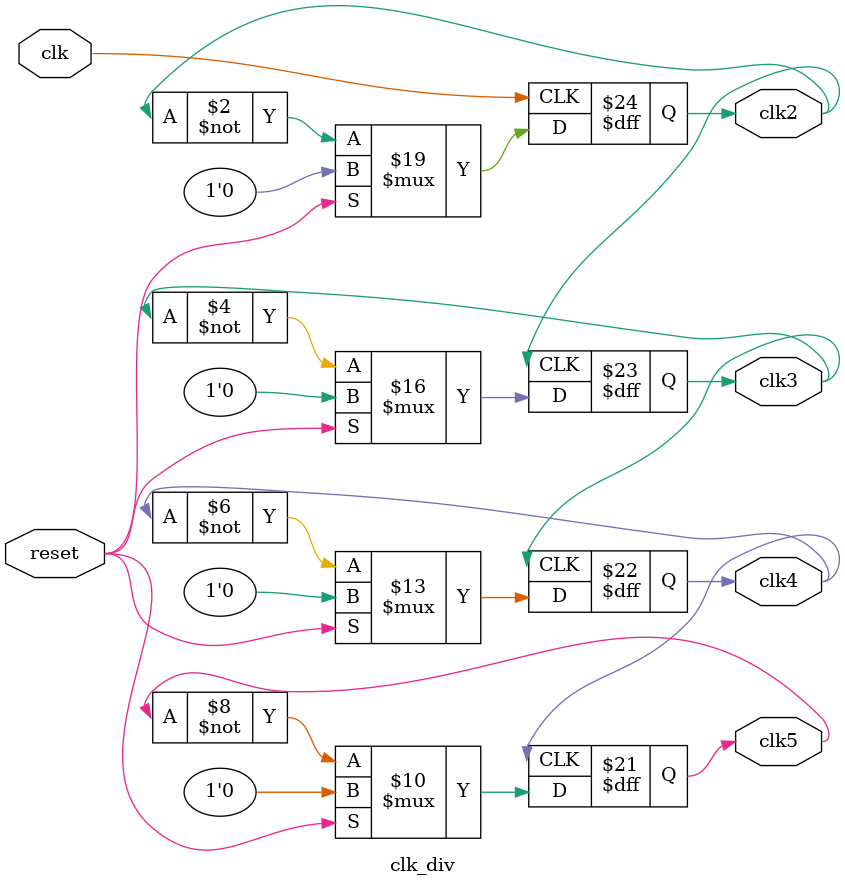
<source format=v>
`default_nettype none
`timescale 1ns/1ns

module clk_div (
    input wire  clk,
    input wire  reset,
    output reg  clk2,
    output reg  clk3,
    output reg  clk4,
    output reg  clk5
);

    // div by 2, i.e., beta=0.75
    always @(posedge clk) begin
        if (reset)
            clk2 <= 0;
        else
            clk2 <= ~clk2;
    end

    // div by 4, i.e., beta=0.875
    always @(posedge clk2) begin
        if (reset)
            clk3 <= 0;
        else
            clk3 <= ~clk3;
    end

    // div by 8, i.e., beta=0.9375
    always @(posedge clk3) begin
        if (reset)
            clk4 <= 0;
        else
            clk4 <= ~clk4;
    end

    // div by 16, i.e., beta=0.96875
    always @(posedge clk4) begin
        if (reset)
            clk5 <= 0;
        else
            clk5 <= ~clk5;
    end


endmodule
</source>
